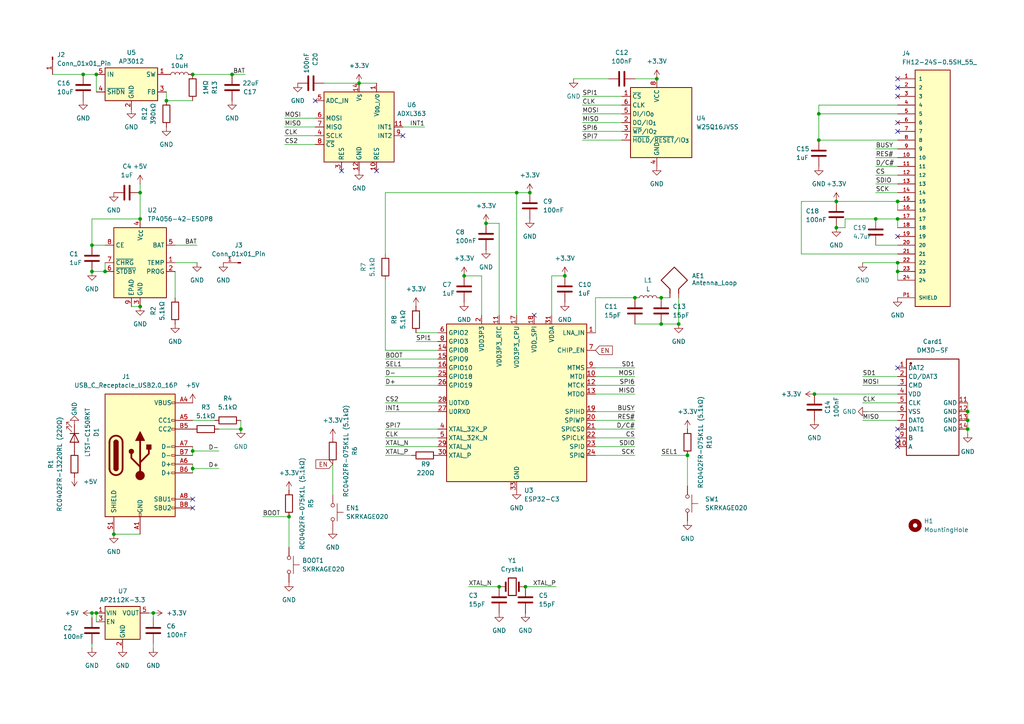
<source format=kicad_sch>
(kicad_sch (version 20250114) (generator "eeschema") (generator_version "9.0")
  (paper "A4")
  (junction (at 27.94 177.8))
  (junction (at 33.02 154.94))
  (junction (at 144.78 170.18))
  (junction (at 260.35 76.2))
  (junction (at 30.48 78.74))
  (junction (at 280.67 121.92))
  (junction (at 134.62 80.01))
  (junction (at 55.88 21.59))
  (junction (at 69.85 124.46))
  (junction (at 153.67 55.88))
  (junction (at 280.67 119.38))
  (junction (at 236.22 114.3))
  (junction (at 163.83 80.01))
  (junction (at 27.94 21.59))
  (junction (at 280.67 124.46))
  (junction (at 149.86 55.88))
  (junction (at 40.64 88.9))
  (junction (at 260.35 58.42))
  (junction (at 152.4 170.18))
  (junction (at 55.88 130.81))
  (junction (at 26.67 71.12))
  (junction (at 196.85 93.98))
  (junction (at 184.15 86.36))
  (junction (at 242.57 66.04))
  (junction (at 44.45 177.8))
  (junction (at 55.88 135.89))
  (junction (at 83.82 149.86))
  (junction (at 24.13 21.59))
  (junction (at 260.35 63.5))
  (junction (at 40.64 63.5))
  (junction (at 140.97 64.77))
  (junction (at 242.57 58.42))
  (junction (at 40.64 55.88))
  (junction (at 191.77 93.98))
  (junction (at 26.67 78.74))
  (junction (at 67.31 21.59))
  (junction (at 104.14 24.13))
  (junction (at 237.49 40.64))
  (junction (at 48.26 29.21))
  (junction (at 26.67 177.8))
  (junction (at 254 63.5))
  (junction (at 190.5 22.86))
  (junction (at 237.49 33.02))
  (junction (at 199.39 132.08))
  (junction (at 191.77 86.36))
  (junction (at 260.35 78.74))
  (no_connect (at 260.35 129.54))
  (no_connect (at 260.35 35.56))
  (no_connect (at 55.88 147.32))
  (no_connect (at 260.35 38.1))
  (no_connect (at 55.88 144.78))
  (no_connect (at 260.35 27.94))
  (no_connect (at 260.35 128.27))
  (no_connect (at 154.94 91.44))
  (no_connect (at 260.35 68.58))
  (no_connect (at 91.44 29.21))
  (no_connect (at 99.06 49.53))
  (no_connect (at 260.35 127))
  (no_connect (at 260.35 124.46))
  (no_connect (at 109.22 49.53))
  (no_connect (at 116.84 39.37))
  (no_connect (at 260.35 22.86))
  (no_connect (at 260.35 106.68))
  (no_connect (at 260.35 25.4))
  (wire (pts (xy 111.76 81.28) (xy 111.76 101.6)))
  (wire (pts (xy 172.72 119.38) (xy 184.15 119.38)))
  (wire (pts (xy 260.35 30.48) (xy 237.49 30.48)))
  (wire (pts (xy 44.45 187.96) (xy 44.45 186.69)))
  (wire (pts (xy 15.24 21.59) (xy 24.13 21.59)))
  (wire (pts (xy 111.76 101.6) (xy 127 101.6)))
  (wire (pts (xy 242.57 66.04) (xy 245.11 66.04)))
  (wire (pts (xy 104.14 24.13) (xy 109.22 24.13)))
  (wire (pts (xy 116.84 36.83) (xy 123.19 36.83)))
  (wire (pts (xy 139.7 80.01) (xy 134.62 80.01)))
  (wire (pts (xy 161.29 170.18) (xy 152.4 170.18)))
  (wire (pts (xy 254 71.12) (xy 260.35 71.12)))
  (wire (pts (xy 135.89 170.18) (xy 144.78 170.18)))
  (wire (pts (xy 55.88 21.59) (xy 67.31 21.59)))
  (wire (pts (xy 232.41 58.42) (xy 242.57 58.42)))
  (wire (pts (xy 184.15 109.22) (xy 172.72 109.22)))
  (wire (pts (xy 76.2 149.86) (xy 83.82 149.86)))
  (wire (pts (xy 260.35 76.2) (xy 260.35 78.74)))
  (wire (pts (xy 27.94 177.8) (xy 27.94 180.34)))
  (wire (pts (xy 33.02 154.94) (xy 40.64 154.94)))
  (wire (pts (xy 191.77 93.98) (xy 196.85 93.98)))
  (wire (pts (xy 149.86 55.88) (xy 111.76 55.88)))
  (wire (pts (xy 111.76 104.14) (xy 127 104.14)))
  (wire (pts (xy 184.15 106.68) (xy 172.72 106.68)))
  (wire (pts (xy 55.88 135.89) (xy 55.88 137.16)))
  (wire (pts (xy 260.35 78.74) (xy 260.35 81.28)))
  (wire (pts (xy 160.02 91.44) (xy 160.02 80.01)))
  (wire (pts (xy 168.91 33.02) (xy 180.34 33.02)))
  (wire (pts (xy 254 63.5) (xy 260.35 63.5)))
  (wire (pts (xy 111.76 127) (xy 127 127)))
  (wire (pts (xy 254 55.88) (xy 260.35 55.88)))
  (wire (pts (xy 40.64 55.88) (xy 40.64 63.5)))
  (wire (pts (xy 250.19 109.22) (xy 260.35 109.22)))
  (wire (pts (xy 191.77 132.08) (xy 199.39 132.08)))
  (wire (pts (xy 168.91 35.56) (xy 180.34 35.56)))
  (wire (pts (xy 26.67 177.8) (xy 27.94 177.8)))
  (wire (pts (xy 82.55 41.91) (xy 91.44 41.91)))
  (wire (pts (xy 280.67 116.84) (xy 280.67 119.38)))
  (wire (pts (xy 24.13 21.59) (xy 27.94 21.59)))
  (wire (pts (xy 254 43.18) (xy 260.35 43.18)))
  (wire (pts (xy 254 50.8) (xy 260.35 50.8)))
  (wire (pts (xy 242.57 58.42) (xy 260.35 58.42)))
  (wire (pts (xy 93.98 24.13) (xy 104.14 24.13)))
  (wire (pts (xy 111.76 55.88) (xy 111.76 73.66)))
  (wire (pts (xy 168.91 30.48) (xy 180.34 30.48)))
  (wire (pts (xy 160.02 80.01) (xy 163.83 80.01)))
  (wire (pts (xy 27.94 21.59) (xy 27.94 26.67)))
  (wire (pts (xy 254 45.72) (xy 260.35 45.72)))
  (wire (pts (xy 232.41 73.66) (xy 260.35 73.66)))
  (wire (pts (xy 280.67 121.92) (xy 280.67 124.46)))
  (wire (pts (xy 245.11 63.5) (xy 245.11 66.04)))
  (wire (pts (xy 120.65 96.52) (xy 127 96.52)))
  (wire (pts (xy 172.72 132.08) (xy 184.15 132.08)))
  (wire (pts (xy 82.55 39.37) (xy 91.44 39.37)))
  (wire (pts (xy 251.46 119.38) (xy 260.35 119.38)))
  (wire (pts (xy 172.72 127) (xy 184.15 127)))
  (wire (pts (xy 26.67 179.07) (xy 26.67 177.8)))
  (wire (pts (xy 149.86 55.88) (xy 149.86 91.44)))
  (wire (pts (xy 48.26 29.21) (xy 55.88 29.21)))
  (wire (pts (xy 55.88 130.81) (xy 55.88 132.08)))
  (wire (pts (xy 250.19 76.2) (xy 260.35 76.2)))
  (wire (pts (xy 280.67 119.38) (xy 280.67 121.92)))
  (wire (pts (xy 254 48.26) (xy 260.35 48.26)))
  (wire (pts (xy 69.85 124.46) (xy 63.5 124.46)))
  (wire (pts (xy 55.88 134.62) (xy 55.88 135.89)))
  (wire (pts (xy 26.67 187.96) (xy 26.67 186.69)))
  (wire (pts (xy 120.65 99.06) (xy 127 99.06)))
  (wire (pts (xy 237.49 40.64) (xy 260.35 40.64)))
  (wire (pts (xy 149.86 55.88) (xy 153.67 55.88)))
  (wire (pts (xy 55.88 129.54) (xy 55.88 130.81)))
  (wire (pts (xy 184.15 22.86) (xy 190.5 22.86)))
  (wire (pts (xy 250.19 116.84) (xy 260.35 116.84)))
  (wire (pts (xy 184.15 111.76) (xy 172.72 111.76)))
  (wire (pts (xy 30.48 76.2) (xy 30.48 78.74)))
  (wire (pts (xy 168.91 38.1) (xy 180.34 38.1)))
  (wire (pts (xy 236.22 114.3) (xy 260.35 114.3)))
  (wire (pts (xy 111.76 106.68) (xy 127 106.68)))
  (wire (pts (xy 196.85 86.36) (xy 196.85 93.98)))
  (wire (pts (xy 260.35 58.42) (xy 260.35 60.96)))
  (wire (pts (xy 111.76 111.76) (xy 127 111.76)))
  (wire (pts (xy 82.55 34.29) (xy 91.44 34.29)))
  (wire (pts (xy 184.15 124.46) (xy 172.72 124.46)))
  (wire (pts (xy 111.76 132.08) (xy 119.38 132.08)))
  (wire (pts (xy 254 53.34) (xy 260.35 53.34)))
  (wire (pts (xy 172.72 96.52) (xy 172.72 86.36)))
  (wire (pts (xy 50.8 71.12) (xy 57.15 71.12)))
  (wire (pts (xy 191.77 86.36) (xy 194.31 86.36)))
  (wire (pts (xy 237.49 33.02) (xy 237.49 40.64)))
  (wire (pts (xy 172.72 86.36) (xy 184.15 86.36)))
  (wire (pts (xy 111.76 109.22) (xy 127 109.22)))
  (wire (pts (xy 55.88 130.81) (xy 63.5 130.81)))
  (wire (pts (xy 254 63.5) (xy 245.11 63.5)))
  (wire (pts (xy 168.91 27.94) (xy 180.34 27.94)))
  (wire (pts (xy 67.31 21.59) (xy 71.12 21.59)))
  (wire (pts (xy 55.88 135.89) (xy 63.5 135.89)))
  (wire (pts (xy 260.35 63.5) (xy 260.35 66.04)))
  (wire (pts (xy 111.76 119.38) (xy 127 119.38)))
  (wire (pts (xy 184.15 121.92) (xy 172.72 121.92)))
  (wire (pts (xy 55.88 121.92) (xy 62.23 121.92)))
  (wire (pts (xy 184.15 129.54) (xy 172.72 129.54)))
  (wire (pts (xy 168.91 40.64) (xy 180.34 40.64)))
  (wire (pts (xy 111.76 124.46) (xy 127 124.46)))
  (wire (pts (xy 26.67 78.74) (xy 30.48 78.74)))
  (wire (pts (xy 44.45 179.07) (xy 44.45 177.8)))
  (wire (pts (xy 250.19 121.92) (xy 260.35 121.92)))
  (wire (pts (xy 199.39 140.97) (xy 199.39 132.08)))
  (wire (pts (xy 48.26 29.21) (xy 48.26 26.67)))
  (wire (pts (xy 38.1 88.9) (xy 40.64 88.9)))
  (wire (pts (xy 111.76 129.54) (xy 127 129.54)))
  (wire (pts (xy 280.67 125.73) (xy 280.67 124.46)))
  (wire (pts (xy 139.7 91.44) (xy 139.7 80.01)))
  (wire (pts (xy 237.49 30.48) (xy 237.49 33.02)))
  (wire (pts (xy 111.76 116.84) (xy 127 116.84)))
  (wire (pts (xy 83.82 158.75) (xy 83.82 149.86)))
  (wire (pts (xy 237.49 33.02) (xy 260.35 33.02)))
  (wire (pts (xy 57.15 76.2) (xy 50.8 76.2)))
  (wire (pts (xy 144.78 64.77) (xy 140.97 64.77)))
  (wire (pts (xy 144.78 91.44) (xy 144.78 64.77)))
  (wire (pts (xy 82.55 36.83) (xy 91.44 36.83)))
  (wire (pts (xy 50.8 86.36) (xy 50.8 78.74)))
  (wire (pts (xy 40.64 63.5) (xy 26.67 63.5)))
  (wire (pts (xy 69.85 121.92) (xy 69.85 124.46)))
  (wire (pts (xy 184.15 93.98) (xy 191.77 93.98)))
  (wire (pts (xy 250.19 111.76) (xy 260.35 111.76)))
  (wire (pts (xy 40.64 53.34) (xy 40.64 55.88)))
  (wire (pts (xy 166.37 22.86) (xy 176.53 22.86)))
  (wire (pts (xy 96.52 143.51) (xy 96.52 134.62)))
  (wire (pts (xy 232.41 73.66) (xy 232.41 58.42)))
  (wire (pts (xy 44.45 177.8) (xy 43.18 177.8)))
  (wire (pts (xy 26.67 63.5) (xy 26.67 71.12)))
  (wire (pts (xy 26.67 71.12) (xy 30.48 71.12)))
  (wire (pts (xy 184.15 114.3) (xy 172.72 114.3)))
  (label "SPI7" (at 111.76 124.46 0))
  (label "BUSY" (at 184.15 119.38 180))
  (label "D{slash}C#" (at 254 48.26 0))
  (label "MISO" (at 184.15 114.3 180))
  (label "MOSI" (at 82.55 34.29 0))
  (label "SCK" (at 254 55.88 0))
  (label "XTAL_P" (at 111.76 132.08 0))
  (label "CS2" (at 82.55 41.91 0))
  (label "SPI1" (at 120.65 99.06 0))
  (label "MISO" (at 168.91 35.56 0))
  (label "D{slash}C#" (at 184.15 124.46 180))
  (label "CLK" (at 250.19 116.84 0))
  (label "SPI6" (at 184.15 111.76 180))
  (label "RES#" (at 254 45.72 0))
  (label "MISO" (at 82.55 36.83 0))
  (label "CLK" (at 168.91 30.48 0))
  (label "D-" (at 63.5 130.81 180))
  (label "D+" (at 111.76 111.76 0))
  (label "SEL1" (at 191.77 132.08 0))
  (label "XTAL_N" (at 135.89 170.18 0))
  (label "SDIO" (at 184.15 129.54 180))
  (label "SPI6" (at 168.91 38.1 0))
  (label "MOSI" (at 250.19 111.76 0))
  (label "MISO" (at 250.19 121.92 0))
  (label "INT1" (at 123.19 36.83 180))
  (label "CLK" (at 111.76 127 0))
  (label "BUSY" (at 254 43.18 0))
  (label "MOSI" (at 168.91 33.02 0))
  (label "BAT" (at 71.12 21.59 180))
  (label "BOOT" (at 76.2 149.86 0))
  (label "SEL1" (at 111.76 106.68 0))
  (label "XTAL_P" (at 161.29 170.18 180))
  (label "SPI7" (at 168.91 40.64 0))
  (label "SD1" (at 250.19 109.22 0))
  (label "SD1" (at 184.15 106.68 180))
  (label "RES#" (at 184.15 121.92 180))
  (label "SDIO" (at 254 53.34 0))
  (label "D-" (at 111.76 109.22 0))
  (label "INT1" (at 111.76 119.38 0))
  (label "XTAL_N" (at 111.76 129.54 0))
  (label "CS" (at 184.15 127 180))
  (label "D+" (at 63.5 135.89 180))
  (label "BAT" (at 57.15 71.12 180))
  (label "SCK" (at 184.15 132.08 180))
  (label "SPI1" (at 168.91 27.94 0))
  (label "BOOT" (at 111.76 104.14 0))
  (label "CLK" (at 82.55 39.37 0))
  (label "CS2" (at 111.76 116.84 0))
  (label "MOSI" (at 184.15 109.22 180))
  (label "CS" (at 254 50.8 0))
  (global_label "EN" (shape input) (at 96.52 134.62 180) (property "Intersheetrefs" "${INTERSHEET_REFS}" (effects (hide yes))))
  (global_label "EN" (shape input) (at 172.72 101.6 0) (property "Intersheetrefs" "${INTERSHEET_REFS}" (effects (hide yes))))
  (symbol (lib_id "Battery_Management:TP4056-42-ESOP8") (at 40.64 76.2 0) (unit 1)
    (property "Reference" "U2" (at 42.7833 60.96 0) (effects (justify left)))
    (property "Value" "TP4056-42-ESOP8" (at 42.7833 63.5 0) (effects (justify left)))
    (property "Footprint" "Package_SO:SOIC-8-1EP_3.9x4.9mm_P1.27mm_EP2.41x3.3mm_ThermalVias" (effects (hide yes)))
    (property "Datasheet" "https://www.lcsc.com/datasheet/lcsc_datasheet_2410121619_TOPPOWER-Nanjing-Extension-Microelectronics-TP4056-42-ESOP8_C16581.pdf" (effects (hide yes)))
    (property "Description" "1A Standalone Linear Li-ion/LiPo single-cell battery charger, 4.2V ±1% charge voltage, VCC = 4.0..8.0V, SOIC-8 (SOP-8)" (effects (hide yes)))
  )
  (symbol (lib_id "Device:C") (at 236.22 118.11 0) (unit 1)
    (property "Reference" "C14" (at 240.03 118.11 90))
    (property "Value" "100nF" (at 242.57 118.11 90))
    (property "Footprint" "10uF:C0402" (effects (hide yes)))
    (property "Description" "Unpolarized capacitor" (effects (hide yes)))
  )
  (symbol (lib_id "Device:R") (at 21.59 134.62 180) (unit 1)
    (property "Reference" "R1" (at 14.732 134.62 90))
    (property "Value" "RC0402FR-13220RL (220Ω)" (at 17.272 134.62 90))
    (property "Footprint" "0402:R0402" (effects (hide yes)))
    (property "Description" "Resistor" (effects (hide yes)))
  )
  (symbol (lib_id "Device:Crystal") (at 148.59 170.18 0) (unit 1)
    (property "Reference" "Y1" (at 148.59 162.56 0))
    (property "Value" "Crystal" (at 148.59 165.1 0))
    (property "Footprint" "Crystal:Crystal_SMD_3215-2Pin_3.2x1.5mm" (effects (hide yes)))
    (property "Description" "Two pin crystal" (effects (hide yes)))
  )
  (symbol (lib_id "Switch:SW_Push") (at 96.52 148.59 270) (unit 1)
    (property "Reference" "EN1" (at 100.33 147.3199 90) (effects (justify left)))
    (property "Value" "SKRKAGE020" (at 100.33 149.8599 90) (effects (justify left)))
    (property "Footprint" "Button_Switch_SMD:SW_Push_SPST_NO_Alps_SKRK" (effects (hide yes)))
    (property "Description" "Push button switch, generic, two pins" (effects (hide yes)))
  )
  (symbol (lib_id "power:+3.3V") (at 163.83 80.01 0) (unit 1)
    (property "Reference" "#PWR032" (effects (hide yes)))
    (property "Value" "+3.3V" (at 163.83 74.93 0))
    (property "Description" "Power symbol creates a global label with name \"+3.3V\"" (effects (hide yes)))
  )
  (symbol (lib_name "GND_1") (lib_id "power:GND") (at 67.31 29.21 0) (unit 1)
    (property "Reference" "#PWR054" (effects (hide yes)))
    (property "Value" "GND" (at 67.31 34.29 0))
    (property "Description" "Power symbol creates a global label with name \"GND\" , ground" (effects (hide yes)))
  )
  (symbol (lib_id "power:GND") (at 33.02 55.88 0) (unit 1)
    (property "Reference" "#PWR06" (effects (hide yes)))
    (property "Value" "GND" (at 33.02 60.96 0))
    (property "Description" "Power symbol creates a global label with name \"GND\" , ground" (effects (hide yes)))
  )
  (symbol (lib_id "power:+3.3V") (at 140.97 64.77 0) (unit 1)
    (property "Reference" "#PWR027" (effects (hide yes)))
    (property "Value" "+3.3V" (at 140.97 59.69 0))
    (property "Description" "Power symbol creates a global label with name \"+3.3V\"" (effects (hide yes)))
  )
  (symbol (lib_id "Device:C") (at 152.4 173.99 0) (unit 1)
    (property "Reference" "C5" (at 156.21 172.7199 0) (effects (justify left)))
    (property "Value" "15pF" (at 156.21 175.2599 0) (effects (justify left)))
    (property "Footprint" "10uF:C0402" (effects (hide yes)))
    (property "Description" "Unpolarized capacitor" (effects (hide yes)))
  )
  (symbol (lib_id "Device:R") (at 199.39 128.27 0) (unit 1)
    (property "Reference" "R10" (at 205.74 128.27 90))
    (property "Value" "RC0402FR-075K1L (5.1kΩ)" (at 203.2 128.27 90))
    (property "Footprint" "0402:R0402" (effects (hide yes)))
    (property "Description" "Resistor" (effects (hide yes)))
  )
  (symbol (lib_id "Device:C") (at 36.83 55.88 90) (unit 1)
    (property "Reference" "C4" (at 36.83 48.26 90))
    (property "Value" "1uF" (at 36.83 50.8 90))
    (property "Footprint" "10uF:C0402" (effects (hide yes)))
    (property "Description" "Unpolarized capacitor" (effects (hide yes)))
  )
  (symbol (lib_id "Device:C") (at 163.83 83.82 0) (unit 1)
    (property "Reference" "C10" (at 167.64 82.5499 0) (effects (justify left)))
    (property "Value" "1uF" (at 167.64 85.0899 0) (effects (justify left)))
    (property "Footprint" "10uF:C0402" (effects (hide yes)))
    (property "Description" "Unpolarized capacitor" (effects (hide yes)))
  )
  (symbol (lib_name "GND_1") (lib_id "power:GND") (at 86.36 24.13 0) (unit 1)
    (property "Reference" "#PWR040" (effects (hide yes)))
    (property "Value" "GND" (at 86.36 29.21 0))
    (property "Description" "Power symbol creates a global label with name \"GND\" , ground" (effects (hide yes)))
  )
  (symbol (lib_id "power:GND") (at 96.52 153.67 0) (unit 1)
    (property "Reference" "#PWR023" (effects (hide yes)))
    (property "Value" "GND" (at 96.52 158.75 0))
    (property "Description" "Power symbol creates a global label with name \"GND\" , ground" (effects (hide yes)))
  )
  (symbol (lib_id "Device:Antenna_Loop") (at 194.31 81.28 0) (unit 1)
    (property "Reference" "AE1" (at 200.66 80.0099 0) (effects (justify left)))
    (property "Value" "Antenna_Loop" (at 200.66 82.042 0) (effects (justify left)))
    (property "Footprint" "RF_Antenna:Texas_SWRA117D_2.4GHz_Right" (effects (hide yes)))
    (property "Description" "Loop antenna" (effects (hide yes)))
  )
  (symbol (lib_id "Device:C") (at 26.67 182.88 0) (unit 1)
    (property "Reference" "C2" (at 18.288 182.118 0) (effects (justify left)))
    (property "Value" "100nF" (at 18.288 184.658 0) (effects (justify left)))
    (property "Footprint" "10uF:C0402" (effects (hide yes)))
    (property "Description" "Unpolarized capacitor" (effects (hide yes)))
  )
  (symbol (lib_id "Device:C") (at 144.78 173.99 180) (unit 1)
    (property "Reference" "C3" (at 135.89 172.72 0) (effects (justify right)))
    (property "Value" "15pF" (at 135.89 175.26 0) (effects (justify right)))
    (property "Footprint" "10uF:C0402" (effects (hide yes)))
    (property "Description" "Unpolarized capacitor" (effects (hide yes)))
  )
  (symbol (lib_id "power:GND") (at 69.85 124.46 0) (unit 1)
    (property "Reference" "#PWR019" (effects (hide yes)))
    (property "Value" "GND" (at 69.85 129.54 0))
    (property "Description" "Power symbol creates a global label with name \"GND\" , ground" (effects (hide yes)))
  )
  (symbol (lib_id "Device:C") (at 134.62 83.82 0) (unit 1)
    (property "Reference" "C7" (at 128.27 82.55 0) (effects (justify left)))
    (property "Value" "1uF" (at 128.27 85.09 0) (effects (justify left)))
    (property "Footprint" "10uF:C0402" (effects (hide yes)))
    (property "Description" "Unpolarized capacitor" (effects (hide yes)))
  )
  (symbol (lib_name "GND_1") (lib_id "power:GND") (at 152.4 177.8 0) (unit 1)
    (property "Reference" "#PWR012" (effects (hide yes)))
    (property "Value" "GND" (at 152.4 182.88 0))
    (property "Description" "Power symbol creates a global label with name \"GND\" , ground" (effects (hide yes)))
  )
  (symbol (lib_id "Connector:Conn_01x01_Pin") (at 15.24 16.51 270) (unit 1)
    (property "Reference" "J2" (at 16.51 15.8749 90) (effects (justify left)))
    (property "Value" "Conn_01x01_Pin" (at 16.51 18.4149 90) (effects (justify left)))
    (property "Footprint" "TestPoint:TestPoint_Pad_2.5x2.5mm" (effects (hide yes)))
    (property "Description" "Generic connector, single row, 01x01, script generated" (effects (hide yes)))
  )
  (symbol (lib_name "GND_1") (lib_id "power:GND") (at 190.5 48.26 0) (unit 1)
    (property "Reference" "#PWR037" (effects (hide yes)))
    (property "Value" "GND" (at 190.5 53.34 0))
    (property "Description" "Power symbol creates a global label with name \"GND\" , ground" (effects (hide yes)))
  )
  (symbol (lib_id "power:+3.3V") (at 83.82 142.24 0) (unit 1)
    (property "Reference" "#PWR020" (effects (hide yes)))
    (property "Value" "+3.3V" (at 83.82 137.16 0))
    (property "Description" "Power symbol creates a global label with name \"+3.3V\"" (effects (hide yes)))
  )
  (symbol (lib_name "GND_1") (lib_id "power:GND") (at 24.13 29.21 0) (unit 1)
    (property "Reference" "#PWR052" (effects (hide yes)))
    (property "Value" "GND" (at 24.13 34.29 0))
    (property "Description" "Power symbol creates a global label with name \"GND\" , ground" (effects (hide yes)))
  )
  (symbol (lib_id "Device:C") (at 140.97 68.58 180) (unit 1)
    (property "Reference" "C8" (at 132.08 67.31 0) (effects (justify right)))
    (property "Value" "100nF" (at 132.08 69.85 0) (effects (justify right)))
    (property "Footprint" "10uF:C0402" (effects (hide yes)))
    (property "Description" "Unpolarized capacitor" (effects (hide yes)))
  )
  (symbol (lib_id "Device:C") (at 184.15 90.17 180) (unit 1)
    (property "Reference" "C11" (at 175.26 88.9 0) (effects (justify right)))
    (property "Value" "15pF" (at 175.26 91.44 0) (effects (justify right)))
    (property "Footprint" "10uF:C0402" (effects (hide yes)))
    (property "Description" "Unpolarized capacitor" (effects (hide yes)))
  )
  (symbol (lib_name "GND_1") (lib_id "power:GND") (at 242.57 66.04 0) (unit 1)
    (property "Reference" "#PWR046" (effects (hide yes)))
    (property "Value" "GND" (at 242.57 71.12 0))
    (property "Description" "Power symbol creates a global label with name \"GND\" , ground" (effects (hide yes)))
  )
  (symbol (lib_name "GND_1") (lib_id "power:GND") (at 40.64 88.9 0) (unit 1)
    (property "Reference" "#PWR011" (effects (hide yes)))
    (property "Value" "GND" (at 40.64 93.98 0))
    (property "Description" "Power symbol creates a global label with name \"GND\" , ground" (effects (hide yes)))
  )
  (symbol (lib_id "Device:R") (at 96.52 130.81 0) (unit 1)
    (property "Reference" "R6" (at 102.87 130.81 90))
    (property "Value" "RC0402FR-075K1L (5.1kΩ)" (at 100.33 130.81 90))
    (property "Footprint" "0402:R0402" (effects (hide yes)))
    (property "Description" "Resistor" (effects (hide yes)))
  )
  (symbol (lib_id "power:GND") (at 251.46 119.38 270) (unit 1)
    (property "Reference" "#PWR047" (effects (hide yes)))
    (property "Value" "GND" (at 248.412 119.38 90) (effects (justify right)))
    (property "Description" "Power symbol creates a global label with name \"GND\" , ground" (effects (hide yes)))
  )
  (symbol (lib_id "Device:R") (at 55.88 25.4 0) (unit 1)
    (property "Reference" "R13" (at 62.23 25.4 90))
    (property "Value" "1MΩ" (at 59.69 25.4 90))
    (property "Footprint" "0402:R0402" (effects (hide yes)))
    (property "Description" "Resistor" (effects (hide yes)))
  )
  (symbol (lib_name "GND_1") (lib_id "power:GND") (at 237.49 48.26 0) (unit 1)
    (property "Reference" "#PWR044" (effects (hide yes)))
    (property "Value" "GND" (at 237.49 53.34 0))
    (property "Description" "Power symbol creates a global label with name \"GND\" , ground" (effects (hide yes)))
  )
  (symbol (lib_id "MCU_Espressif:ESP32-C3") (at 149.86 116.84 0) (unit 1)
    (property "Reference" "U3" (at 152.0033 142.24 0) (effects (justify left)))
    (property "Value" "ESP32-C3" (at 152.0033 144.78 0) (effects (justify left)))
    (property "Footprint" "Package_DFN_QFN:QFN-32-1EP_5x5mm_P0.5mm_EP3.7x3.7mm" (effects (hide yes)))
    (property "Datasheet" "https://www.espressif.com/sites/default/files/documentation/esp32-c3_datasheet_en.pdf" (effects (hide yes)))
    (property "Description" "RF Module, ESP32 SoC, RISC-V, WiFi 802.11b/n/g, Bluetooth LE 5, QFN32" (effects (hide yes)))
  )
  (symbol (lib_id "power:+5V") (at 55.88 116.84 0) (unit 1)
    (property "Reference" "#PWR016" (effects (hide yes)))
    (property "Value" "+5V" (at 55.88 111.76 0))
    (property "Description" "Power symbol creates a global label with name \"+5V\"" (effects (hide yes)))
  )
  (symbol (lib_id "Regulator_Linear:AP2112K-3.3") (at 35.56 180.34 0) (unit 1)
    (property "Reference" "U7" (at 35.56 171.45 0))
    (property "Value" "AP2112K-3.3" (at 35.56 173.99 0))
    (property "Footprint" "Package_TO_SOT_SMD:SOT-23-5" (effects (hide yes)))
    (property "Datasheet" "https://www.diodes.com/assets/Datasheets/AP2112.pdf" (effects (hide yes)))
    (property "Description" "600mA low dropout linear regulator, with enable pin, 3.8V-6V input voltage range, 3.3V fixed positive output, SOT-23-5" (effects (hide yes)))
  )
  (symbol (lib_name "GND_1") (lib_id "power:GND") (at 38.1 31.75 0) (unit 1)
    (property "Reference" "#PWR051" (effects (hide yes)))
    (property "Value" "GND" (at 38.1 36.83 0))
    (property "Description" "Power symbol creates a global label with name \"GND\" , ground" (effects (hide yes)))
  )
  (symbol (lib_name "GND_1") (lib_id "power:GND") (at 57.15 76.2 0) (unit 1)
    (property "Reference" "#PWR017" (effects (hide yes)))
    (property "Value" "GND" (at 57.15 81.28 0))
    (property "Description" "Power symbol creates a global label with name \"GND\" , ground" (effects (hide yes)))
  )
  (symbol (lib_id "Device:C") (at 26.67 74.93 0) (unit 1)
    (property "Reference" "C1" (at 20.066 73.66 0) (effects (justify left)))
    (property "Value" "1uF" (at 20.066 76.2 0) (effects (justify left)))
    (property "Footprint" "10uF:C0402" (effects (hide yes)))
    (property "Description" "Unpolarized capacitor" (effects (hide yes)))
  )
  (symbol (lib_id "power:+3.3V") (at 236.22 114.3 90) (unit 1)
    (property "Reference" "#PWR042" (effects (hide yes)))
    (property "Value" "+3.3V" (at 232.41 114.2999 90) (effects (justify left)))
    (property "Description" "Power symbol creates a global label with name \"+3.3V\"" (effects (hide yes)))
  )
  (symbol (lib_id "power:GND") (at 83.82 168.91 0) (unit 1)
    (property "Reference" "#PWR021" (effects (hide yes)))
    (property "Value" "GND" (at 83.82 173.99 0))
    (property "Description" "Power symbol creates a global label with name \"GND\" , ground" (effects (hide yes)))
  )
  (symbol (lib_id "Device:R") (at 48.26 33.02 180) (unit 1)
    (property "Reference" "R12" (at 41.91 33.02 90))
    (property "Value" "390kΩ" (at 44.45 33.02 90))
    (property "Footprint" "0402:R0402" (effects (hide yes)))
    (property "Description" "Resistor" (effects (hide yes)))
  )
  (symbol (lib_name "GND_1") (lib_id "power:GND") (at 166.37 22.86 0) (unit 1)
    (property "Reference" "#PWR034" (effects (hide yes)))
    (property "Value" "GND" (at 166.37 27.94 0))
    (property "Description" "Power symbol creates a global label with name \"GND\" , ground" (effects (hide yes)))
  )
  (symbol (lib_id "Switch:SW_Push") (at 199.39 146.05 270) (unit 1)
    (property "Reference" "SW1" (at 204.47 144.7799 90) (effects (justify left)))
    (property "Value" "SKRKAGE020" (at 204.47 147.3199 90) (effects (justify left)))
    (property "Footprint" "Button_Switch_SMD:SW_Push_SPST_NO_Alps_SKRK" (effects (hide yes)))
    (property "Description" "Push button switch, generic, two pins" (effects (hide yes)))
  )
  (symbol (lib_id "Mechanical:MountingHole") (at 265.43 152.4 0) (unit 1) (in_bom no)
    (property "Reference" "H1" (at 267.97 151.1299 0) (effects (justify left)))
    (property "Value" "MountingHole" (at 267.97 153.6699 0) (effects (justify left)))
    (property "Footprint" "MountingHole:MountingHole_4mm" (effects (hide yes)))
    (property "Description" "Mounting Hole without connection" (effects (hide yes)))
  )
  (symbol (lib_id "Connector:USB_C_Receptacle_USB2.0_16P") (at 40.64 132.08 0) (unit 1)
    (property "Reference" "J1" (at 36.576 109.22 0))
    (property "Value" "USB_C_Receptacle_USB2.0_16P" (at 36.576 111.76 0))
    (property "Footprint" "Connector_USB:USB_C_Receptacle_HCTL_HC-TYPE-C-16P-01A" (effects (hide yes)))
    (property "Datasheet" "https://www.usb.org/sites/default/files/documents/usb_type-c.zip" (effects (hide yes)))
    (property "Description" "USB 2.0-only 16P Type-C Receptacle connector" (effects (hide yes)))
  )
  (symbol (lib_id "Device:L") (at 52.07 21.59 90) (unit 1)
    (property "Reference" "L2" (at 52.07 16.51 90))
    (property "Value" "10uH" (at 52.07 19.05 90))
    (property "Footprint" "Inductor_SMD:L_01005_0402Metric" (effects (hide yes)))
    (property "Description" "Inductor" (effects (hide yes)))
  )
  (symbol (lib_id "power:GND") (at 280.67 125.73 0) (unit 1)
    (property "Reference" "#PWR050" (effects (hide yes)))
    (property "Value" "GND" (at 280.67 131.0088 0))
    (property "Description" "Power symbol creates a global label with name \"GND\" , ground" (effects (hide yes)))
  )
  (symbol (lib_name "GND_1") (lib_id "power:GND") (at 144.78 177.8 0) (unit 1)
    (property "Reference" "#PWR09" (effects (hide yes)))
    (property "Value" "GND" (at 144.78 182.88 0))
    (property "Description" "Power symbol creates a global label with name \"GND\" , ground" (effects (hide yes)))
  )
  (symbol (lib_name "GND_1") (lib_id "power:GND") (at 250.19 76.2 0) (unit 1)
    (property "Reference" "#PWR048" (effects (hide yes)))
    (property "Value" "GND" (at 250.19 81.28 0))
    (property "Description" "Power symbol creates a global label with name \"GND\" , ground" (effects (hide yes)))
  )
  (symbol (lib_id "Device:C") (at 191.77 90.17 180) (unit 1)
    (property "Reference" "C13" (at 195.072 88.9 0) (effects (justify right)))
    (property "Value" "15pF" (at 195.072 91.44 0) (effects (justify right)))
    (property "Footprint" "10uF:C0402" (effects (hide yes)))
    (property "Description" "Unpolarized capacitor" (effects (hide yes)))
  )
  (symbol (lib_id "power:GND") (at 33.02 154.94 0) (unit 1)
    (property "Reference" "#PWR07" (effects (hide yes)))
    (property "Value" "GND" (at 33.02 160.02 0))
    (property "Description" "Power symbol creates a global label with name \"GND\" , ground" (effects (hide yes)))
  )
  (symbol (lib_id "Device:R") (at 83.82 146.05 0) (unit 1)
    (property "Reference" "R5" (at 90.17 146.05 90))
    (property "Value" "RC0402FR-075K1L (5.1kΩ)" (at 87.63 146.05 90))
    (property "Footprint" "0402:R0402" (effects (hide yes)))
    (property "Description" "Resistor" (effects (hide yes)))
  )
  (symbol (lib_name "GND_1") (lib_id "power:GND") (at 64.77 76.2 0) (unit 1)
    (property "Reference" "#PWR018" (effects (hide yes)))
    (property "Value" "GND" (at 64.77 81.28 0))
    (property "Description" "Power symbol creates a global label with name \"GND\" , ground" (effects (hide yes)))
  )
  (symbol (lib_id "power:+5V") (at 21.59 138.43 180) (unit 1)
    (property "Reference" "#PWR02" (effects (hide yes)))
    (property "Value" "+5V" (at 24.13 139.6999 0) (effects (justify right)))
    (property "Description" "Power symbol creates a global label with name \"+5V\"" (effects (hide yes)))
  )
  (symbol (lib_id "Device:C") (at 180.34 22.86 90) (unit 1)
    (property "Reference" "C12" (at 180.34 15.24 90))
    (property "Value" "100nF" (at 180.34 17.78 90))
    (property "Footprint" "10uF:C0402" (effects (hide yes)))
    (property "Description" "Unpolarized capacitor" (effects (hide yes)))
  )
  (symbol (lib_id "Device:R") (at 120.65 92.71 180) (unit 1)
    (property "Reference" "R8" (at 114.3 92.71 90))
    (property "Value" "5.1kΩ" (at 116.84 92.71 90))
    (property "Footprint" "0402:R0402" (effects (hide yes)))
    (property "Description" "Resistor" (effects (hide yes)))
  )
  (symbol (lib_name "GND_1") (lib_id "power:GND") (at 35.56 187.96 0) (unit 1)
    (property "Reference" "#PWR08" (effects (hide yes)))
    (property "Value" "GND" (at 35.56 193.04 0))
    (property "Description" "Power symbol creates a global label with name \"GND\" , ground" (effects (hide yes)))
  )
  (symbol (lib_id "power:+3.3V") (at 242.57 58.42 0) (unit 1)
    (property "Reference" "#PWR045" (effects (hide yes)))
    (property "Value" "+3.3V" (at 242.57 53.34 0))
    (property "Description" "Power symbol creates a global label with name \"+3.3V\"" (effects (hide yes)))
  )
  (symbol (lib_id "Device:C") (at 237.49 44.45 180) (unit 1)
    (property "Reference" "C15" (at 230.886 43.18 0) (effects (justify right)))
    (property "Value" "1uF" (at 230.886 45.72 0) (effects (justify right)))
    (property "Footprint" "10uF:C0402" (effects (hide yes)))
    (property "Description" "Unpolarized capacitor" (effects (hide yes)))
  )
  (symbol (lib_id "power:+5V") (at 26.67 177.8 90) (unit 1)
    (property "Reference" "#PWR04" (effects (hide yes)))
    (property "Value" "+5V" (at 22.86 177.7999 90) (effects (justify left)))
    (property "Description" "Power symbol creates a global label with name \"+5V\"" (effects (hide yes)))
  )
  (symbol (lib_name "GND_1") (lib_id "power:GND") (at 149.86 142.24 0) (unit 1)
    (property "Reference" "#PWR029" (effects (hide yes)))
    (property "Value" "GND" (at 149.86 147.32 0))
    (property "Description" "Power symbol creates a global label with name \"GND\" , ground" (effects (hide yes)))
  )
  (symbol (lib_id "Device:C") (at 90.17 24.13 90) (unit 1)
    (property "Reference" "C20" (at 91.44 15.24 0) (effects (justify right)))
    (property "Value" "100nF" (at 88.9 15.24 0) (effects (justify right)))
    (property "Footprint" "10uF:C0402" (effects (hide yes)))
    (property "Description" "Unpolarized capacitor" (effects (hide yes)))
  )
  (symbol (lib_name "GND_1") (lib_id "power:GND") (at 26.67 187.96 0) (unit 1)
    (property "Reference" "#PWR05" (effects (hide yes)))
    (property "Value" "GND" (at 26.67 193.04 0))
    (property "Description" "Power symbol creates a global label with name \"GND\" , ground" (effects (hide yes)))
  )
  (symbol (lib_id "Device:R") (at 50.8 90.17 180) (unit 1)
    (property "Reference" "R2" (at 44.45 90.17 90))
    (property "Value" "5.1kΩ" (at 46.99 90.17 90))
    (property "Footprint" "0402:R0402" (effects (hide yes)))
    (property "Description" "Resistor" (effects (hide yes)))
  )
  (symbol (lib_id "power:+3.3V") (at 96.52 127 0) (unit 1)
    (property "Reference" "#PWR022" (effects (hide yes)))
    (property "Value" "+3.3V" (at 96.52 121.92 0))
    (property "Description" "Power symbol creates a global label with name \"+3.3V\"" (effects (hide yes)))
  )
  (symbol (lib_name "GND_1") (lib_id "power:GND") (at 26.67 78.74 0) (unit 1)
    (property "Reference" "#PWR03" (effects (hide yes)))
    (property "Value" "GND" (at 26.67 83.82 0))
    (property "Description" "Power symbol creates a global label with name \"GND\" , ground" (effects (hide yes)))
  )
  (symbol (lib_name "GND_1") (lib_id "power:GND") (at 140.97 72.39 0) (unit 1)
    (property "Reference" "#PWR028" (effects (hide yes)))
    (property "Value" "GND" (at 140.97 77.47 0))
    (property "Description" "Power symbol creates a global label with name \"GND\" , ground" (effects (hide yes)))
  )
  (symbol (lib_id "Device:C") (at 153.67 59.69 0) (unit 1)
    (property "Reference" "C9" (at 157.48 58.4199 0) (effects (justify left)))
    (property "Value" "100nF" (at 157.48 60.9599 0) (effects (justify left)))
    (property "Footprint" "10uF:C0402" (effects (hide yes)))
    (property "Description" "Unpolarized capacitor" (effects (hide yes)))
  )
  (symbol (lib_id "power:GND") (at 21.59 123.19 180) (unit 1)
    (property "Reference" "#PWR01" (effects (hide yes)))
    (property "Value" "GND" (at 21.5901 120.65 90) (effects (justify right)))
    (property "Description" "Power symbol creates a global label with name \"GND\" , ground" (effects (hide yes)))
  )
  (symbol (lib_id "Device:C") (at 67.31 25.4 180) (unit 1)
    (property "Reference" "C17" (at 74.422 26.67 0) (effects (justify left)))
    (property "Value" "22uF" (at 75.184 24.13 0) (effects (justify left)))
    (property "Footprint" "10uF:C0402" (effects (hide yes)))
    (property "Description" "Unpolarized capacitor" (effects (hide yes)))
  )
  (symbol (lib_name "GND_1") (lib_id "power:GND") (at 163.83 87.63 0) (unit 1)
    (property "Reference" "#PWR033" (effects (hide yes)))
    (property "Value" "GND" (at 163.83 92.71 0))
    (property "Description" "Power symbol creates a global label with name \"GND\" , ground" (effects (hide yes)))
  )
  (symbol (lib_id "power:GND") (at 199.39 151.13 0) (unit 1)
    (property "Reference" "#PWR039" (effects (hide yes)))
    (property "Value" "GND" (at 199.39 156.21 0))
    (property "Description" "Power symbol creates a global label with name \"GND\" , ground" (effects (hide yes)))
  )
  (symbol (lib_name "GND_1") (lib_id "power:GND") (at 260.35 86.36 0) (unit 1)
    (property "Reference" "#PWR049" (effects (hide yes)))
    (property "Value" "GND" (at 260.35 91.44 0))
    (property "Description" "Power symbol creates a global label with name \"GND\" , ground" (effects (hide yes)))
  )
  (symbol (lib_id "Regulator_Switching:AP3012") (at 38.1 24.13 0) (unit 1)
    (property "Reference" "U5" (at 38.1 15.24 0))
    (property "Value" "AP3012" (at 38.1 17.78 0))
    (property "Footprint" "Package_TO_SOT_SMD:SOT-23-5" (effects (hide yes)))
    (property "Datasheet" "https://www.diodes.com/assets/Datasheets/AP3012.pdf" (effects (hide yes)))
    (property "Description" "500mA, Adjustable Step-Up Voltage Regulator, 1.5MHz Frequency, SOT-23-5" (effects (hide yes)))
  )
  (symbol (lib_id "Device:R") (at 59.69 124.46 90) (unit 1)
    (property "Reference" "R3" (at 59.69 118.11 90))
    (property "Value" "5.1kΩ" (at 59.69 120.65 90))
    (property "Footprint" "0402:R0402" (effects (hide yes)))
    (property "Description" "Resistor" (effects (hide yes)))
  )
  (symbol (lib_id "power:+5V") (at 40.64 53.34 0) (unit 1)
    (property "Reference" "#PWR010" (effects (hide yes)))
    (property "Value" "+5V" (at 40.64 48.26 0))
    (property "Description" "Power symbol creates a global label with name \"+5V\"" (effects (hide yes)))
  )
  (symbol (lib_id "Device:C") (at 24.13 25.4 180) (unit 1)
    (property "Reference" "C16" (at 16.51 24.13 0) (effects (justify right)))
    (property "Value" "10uF" (at 16.51 26.67 0) (effects (justify right)))
    (property "Footprint" "10uF:C0402" (effects (hide yes)))
    (property "Description" "Unpolarized capacitor" (effects (hide yes)))
  )
  (symbol (lib_id "Device:L") (at 187.96 86.36 90) (unit 1)
    (property "Reference" "L1" (at 187.96 81.28 90))
    (property "Value" "L" (at 187.96 83.82 90))
    (property "Footprint" "Inductor_SMD:L_01005_0402Metric" (effects (hide yes)))
    (property "Description" "Inductor" (effects (hide yes)))
  )
  (symbol (lib_id "Device:LED") (at 21.59 127 270) (unit 1)
    (property "Reference" "D1" (at 27.94 125.4125 0))
    (property "Value" "LTST-C150RKT" (at 25.4 125.4125 0))
    (property "Footprint" "LED_SMD:LED_1206_3216Metric" (effects (hide yes)))
    (property "Description" "Light emitting diode" (effects (hide yes)))
    (property "Sim.Pins" "1=K 2=A" (effects (hide yes)))
  )
  (symbol (lib_id "Device:R") (at 111.76 77.47 180) (unit 1)
    (property "Reference" "R7" (at 105.41 77.47 90))
    (property "Value" "5.1kΩ" (at 107.95 77.47 90))
    (property "Footprint" "0402:R0402" (effects (hide yes)))
    (property "Description" "Resistor" (effects (hide yes)))
  )
  (symbol (lib_id "Memory_Flash:W25Q16JVSS") (at 190.5 35.56 0) (unit 1)
    (property "Reference" "U4" (at 201.93 34.2899 0) (effects (justify left)))
    (property "Value" "W25Q16JVSS" (at 201.93 36.8299 0) (effects (justify left)))
    (property "Footprint" "Package_SO:SOIC-8_5.3x5.3mm_P1.27mm" (effects (hide yes)))
    (property "Datasheet" "https://www.winbond.com/hq/support/documentation/levelOne.jsp?__locale=en&DocNo=DA00-W25Q16JV.1" (effects (hide yes)))
    (property "Description" "16Mbit / 2MiB Serial Flash Memory, Standard/Dual/Quad SPI, 2.7-3.6V, SOIC-8 (208 mil)" (effects (hide yes)))
  )
  (symbol (lib_id "Hirose FH12:FH12-24S-0.5SH_55_") (at 270.51 55.88 0) (unit 1)
    (property "Reference" "J4" (at 261.62 15.494 0) (effects (justify left)))
    (property "Value" "FH12-24S-0.5SH_55_" (at 261.62 18.034 0) (effects (justify left)))
    (property "Footprint" "Hirose FH12:Hirose FH12" (effects (hide yes)))
    (property "MF" "Hirose Electric Co Ltd" (effects (hide yes)))
    (property "MAXIMUM_PACKAGE_HEIGHT" "2.2mm" (effects (hide yes)))
    (property "Package" "None" (effects (hide yes)))
    (property "Price" "None" (effects (hide yes)))
    (property "Check_prices" "https://www.snapeda.com/parts/FH12-24S-0.5SH(55)/Hirose+Electric+Co+Ltd/view-part/?ref=eda" (effects (hide yes)))
    (property "STANDARD" "Manufacturer recommendations" (effects (hide yes)))
    (property "SnapEDA_Link" "https://www.snapeda.com/parts/FH12-24S-0.5SH(55)/Hirose+Electric+Co+Ltd/view-part/?ref=snap" (effects (hide yes)))
    (property "MP" "FH12-24S-0.5SH(55)" (effects (hide yes)))
    (property "Description_1" "24 Position FFC, FPC Connector Contacts, Bottom 0.020 (0.50mm) Surface Mount, Right Angle" (effects (hide yes)))
    (property "Availability" "In Stock" (effects (hide yes)))
    (property "MANUFACTURER" "Hirose" (effects (hide yes)))
  )
  (symbol (lib_id "Device:C") (at 254 67.31 180) (unit 1)
    (property "Reference" "C19" (at 247.396 66.04 0) (effects (justify right)))
    (property "Value" "4.7uF" (at 247.396 68.58 0) (effects (justify right)))
    (property "Footprint" "10uF:C0402" (effects (hide yes)))
    (property "Description" "Unpolarized capacitor" (effects (hide yes)))
  )
  (symbol (lib_name "GND_1") (lib_id "power:GND") (at 196.85 93.98 0) (unit 1)
    (property "Reference" "#PWR035" (effects (hide yes)))
    (property "Value" "GND" (at 196.85 99.06 0))
    (property "Description" "Power symbol creates a global label with name \"GND\" , ground" (effects (hide yes)))
  )
  (symbol (lib_name "GND_1") (lib_id "power:GND") (at 153.67 63.5 0) (unit 1)
    (property "Reference" "#PWR031" (effects (hide yes)))
    (property "Value" "GND" (at 153.67 68.58 0))
    (property "Description" "Power symbol creates a global label with name \"GND\" , ground" (effects (hide yes)))
  )
  (symbol (lib_name "GND_1") (lib_id "power:GND") (at 44.45 187.96 0) (unit 1)
    (property "Reference" "#PWR014" (effects (hide yes)))
    (property "Value" "GND" (at 44.45 193.04 0))
    (property "Description" "Power symbol creates a global label with name \"GND\" , ground" (effects (hide yes)))
  )
  (symbol (lib_name "GND_1") (lib_id "power:GND") (at 50.8 93.98 0) (unit 1)
    (property "Reference" "#PWR015" (effects (hide yes)))
    (property "Value" "GND" (at 50.8 99.06 0))
    (property "Description" "Power symbol creates a global label with name \"GND\" , ground" (effects (hide yes)))
  )
  (symbol (lib_id "power:+3.3V") (at 199.39 124.46 0) (unit 1)
    (property "Reference" "#PWR038" (effects (hide yes)))
    (property "Value" "+3.3V" (at 199.39 119.38 0))
    (property "Description" "Power symbol creates a global label with name \"+3.3V\"" (effects (hide yes)))
  )
  (symbol (lib_id "Device:R") (at 66.04 121.92 90) (unit 1)
    (property "Reference" "R4" (at 66.04 115.57 90))
    (property "Value" "5.1kΩ" (at 66.04 118.11 90))
    (property "Footprint" "0402:R0402" (effects (hide yes)))
    (property "Description" "Resistor" (effects (hide yes)))
  )
  (symbol (lib_name "GND_1") (lib_id "power:GND") (at 104.14 49.53 0) (unit 1)
    (property "Reference" "#PWR055" (effects (hide yes)))
    (property "Value" "GND" (at 104.14 54.61 0))
    (property "Description" "Power symbol creates a global label with name \"GND\" , ground" (effects (hide yes)))
  )
  (symbol (lib_id "DM3D:DM3D-SF") (at 270.51 119.38 0) (unit 1)
    (property "Reference" "Card1" (at 270.51 99.06 0))
    (property "Value" "DM3D-SF" (at 270.51 101.6 0))
    (property "Footprint" "DM3D:TF-SMD_DM3D-SF" (effects (hide yes)))
    (property "Manufacturer Part" "DM3D-SF" (effects (hide yes)))
    (property "Manufacturer" "HRS(广濑)" (effects (hide yes)))
    (property "Supplier Part" "C719027" (effects (hide yes)))
    (property "Supplier" "LCSC" (effects (hide yes)))
  )
  (symbol (lib_id "Device:C") (at 242.57 62.23 180) (unit 1)
    (property "Reference" "C18" (at 233.68 61.214 0) (effects (justify right)))
    (property "Value" "100nF" (at 233.68 63.754 0) (effects (justify right)))
    (property "Footprint" "10uF:C0402" (effects (hide yes)))
    (property "Description" "Unpolarized capacitor" (effects (hide yes)))
  )
  (symbol (lib_id "Connector:Conn_01x01_Pin") (at 69.85 76.2 180) (unit 1)
    (property "Reference" "J3" (at 69.215 71.12 0))
    (property "Value" "Conn_01x01_Pin" (at 69.215 73.66 0))
    (property "Footprint" "TestPoint:TestPoint_Pad_2.5x2.5mm" (effects (hide yes)))
    (property "Description" "Generic connector, single row, 01x01, script generated" (effects (hide yes)))
  )
  (symbol (lib_id "Device:C") (at 44.45 182.88 0) (unit 1)
    (property "Reference" "C6" (at 48.26 181.6099 0) (effects (justify left)))
    (property "Value" "100nF" (at 48.26 184.1499 0) (effects (justify left)))
    (property "Footprint" "10uF:C0402" (effects (hide yes)))
    (property "Description" "Unpolarized capacitor" (effects (hide yes)))
  )
  (symbol (lib_id "Switch:SW_Push") (at 83.82 163.83 270) (unit 1)
    (property "Reference" "BOOT1" (at 87.63 162.5599 90) (effects (justify left)))
    (property "Value" "SKRKAGE020" (at 87.63 165.0999 90) (effects (justify left)))
    (property "Footprint" "Button_Switch_SMD:SW_Push_SPST_NO_Alps_SKRK" (effects (hide yes)))
    (property "Description" "Push button switch, generic, two pins" (effects (hide yes)))
  )
  (symbol (lib_id "power:+3.3V") (at 134.62 80.01 0) (unit 1)
    (property "Reference" "#PWR025" (effects (hide yes)))
    (property "Value" "+3.3V" (at 134.62 74.93 0))
    (property "Description" "Power symbol creates a global label with name \"+3.3V\"" (effects (hide yes)))
  )
  (symbol (lib_name "GND_1") (lib_id "power:GND") (at 48.26 36.83 0) (unit 1)
    (property "Reference" "#PWR053" (effects (hide yes)))
    (property "Value" "GND" (at 48.26 41.91 0))
    (property "Description" "Power symbol creates a global label with name \"GND\" , ground" (effects (hide yes)))
  )
  (symbol (lib_id "power:+3.3V") (at 190.5 22.86 0) (unit 1)
    (property "Reference" "#PWR036" (effects (hide yes)))
    (property "Value" "+3.3V" (at 190.5 17.78 0))
    (property "Description" "Power symbol creates a global label with name \"+3.3V\"" (effects (hide yes)))
  )
  (symbol (lib_id "Device:R") (at 123.19 132.08 90) (unit 1)
    (property "Reference" "R9" (at 123.444 134.62 90))
    (property "Value" "220Ω" (at 123.444 137.16 90))
    (property "Footprint" "0402:R0402" (effects (hide yes)))
    (property "Description" "Resistor" (effects (hide yes)))
  )
  (symbol (lib_id "power:+3.3V") (at 44.45 177.8 270) (unit 1)
    (property "Reference" "#PWR013" (effects (hide yes)))
    (property "Value" "+3.3V" (at 48.26 177.7999 90) (effects (justify left)))
    (property "Description" "Power symbol creates a global label with name \"+3.3V\"" (effects (hide yes)))
  )
  (symbol (lib_id "power:+3.3V") (at 120.65 88.9 0) (unit 1)
    (property "Reference" "#PWR024" (effects (hide yes)))
    (property "Value" "+3.3V" (at 120.65 83.82 0))
    (property "Description" "Power symbol creates a global label with name \"+3.3V\"" (effects (hide yes)))
  )
  (symbol (lib_id "power:GND") (at 236.22 121.92 0) (unit 1)
    (property "Reference" "#PWR043" (effects (hide yes)))
    (property "Value" "GND" (at 236.22 127 0))
    (property "Description" "Power symbol creates a global label with name \"GND\" , ground" (effects (hide yes)))
  )
  (symbol (lib_id "power:+3.3V") (at 104.14 24.13 0) (unit 1)
    (property "Reference" "#PWR056" (effects (hide yes)))
    (property "Value" "+3.3V" (at 104.14 19.05 0))
    (property "Description" "Power symbol creates a global label with name \"+3.3V\"" (effects (hide yes)))
  )
  (symbol (lib_name "GND_1") (lib_id "power:GND") (at 134.62 87.63 0) (unit 1)
    (property "Reference" "#PWR026" (effects (hide yes)))
    (property "Value" "GND" (at 134.62 92.71 0))
    (property "Description" "Power symbol creates a global label with name \"GND\" , ground" (effects (hide yes)))
  )
  (symbol (lib_id "power:+3.3V") (at 153.67 55.88 0) (unit 1)
    (property "Reference" "#PWR030" (effects (hide yes)))
    (property "Value" "+3.3V" (at 153.67 50.8 0))
    (property "Description" "Power symbol creates a global label with name \"+3.3V\"" (effects (hide yes)))
  )
  (symbol (lib_id "Sensor_Motion:ADXL363") (at 104.14 36.83 0) (unit 1)
    (property "Reference" "U6" (at 119.38 30.4098 0))
    (property "Value" "ADXL363" (at 119.38 32.9498 0))
    (property "Footprint" "Sensor_Motion:Analog_LGA-16_3.25x3mm_P0.5mm_LayoutBorder3x5y" (effects (hide yes)))
    (property "Datasheet" "https://www.analog.com/media/en/technical-documentation/data-sheets/ADXL363.pdf" (effects (hide yes)))
    (property "Description" "Micropower 3-Axis Accelerometer, Thermometer, 2/4/8g range, SPI, LGA-16" (effects (hide yes)))
  )
)
</source>
